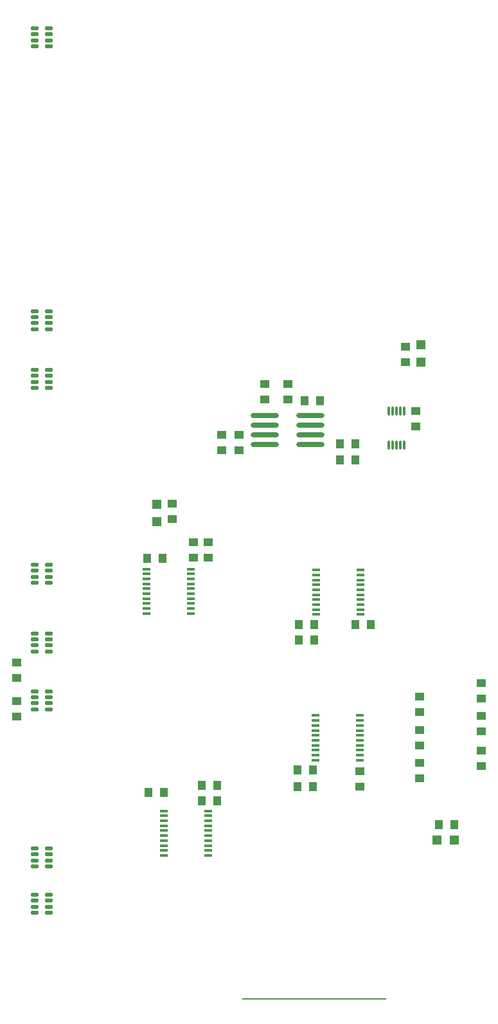
<source format=gtp>
%FSTAX24Y24*%
%MOIN*%
G70*
G01*
G75*
G04 Layer_Color=8421504*
%ADD10R,0.0500X0.0394*%
%ADD11R,0.7500X0.0100*%
%ADD12R,0.0500X0.0500*%
G04:AMPARAMS|DCode=13|XSize=37.4mil|YSize=19.7mil|CornerRadius=2.5mil|HoleSize=0mil|Usage=FLASHONLY|Rotation=180.000|XOffset=0mil|YOffset=0mil|HoleType=Round|Shape=RoundedRectangle|*
%AMROUNDEDRECTD13*
21,1,0.0374,0.0148,0,0,180.0*
21,1,0.0325,0.0197,0,0,180.0*
1,1,0.0049,-0.0162,0.0074*
1,1,0.0049,0.0162,0.0074*
1,1,0.0049,0.0162,-0.0074*
1,1,0.0049,-0.0162,-0.0074*
%
%ADD13ROUNDEDRECTD13*%
%ADD14R,0.0500X0.0500*%
%ADD15R,0.0394X0.0500*%
%ADD16R,0.0390X0.0120*%
%ADD17O,0.1457X0.0256*%
%ADD18O,0.0118X0.0532*%
%ADD19C,0.0160*%
%ADD20C,0.0080*%
%ADD21C,0.0120*%
%ADD22C,0.0200*%
%ADD23C,0.0100*%
%ADD24C,0.1500*%
%ADD25C,0.1874*%
%ADD26C,0.0665*%
%ADD27R,0.0665X0.0665*%
%ADD28O,0.1575X0.1360*%
%ADD29R,0.1575X0.1360*%
%ADD30R,0.0638X0.0638*%
%ADD31C,0.0638*%
%ADD32C,0.0591*%
%ADD33R,0.0591X0.0591*%
%ADD34P,0.0714X8X202.5*%
%ADD35O,0.0900X0.0620*%
%ADD36R,0.0900X0.0620*%
%ADD37O,0.0850X0.0600*%
%ADD38R,0.0850X0.0600*%
%ADD39O,0.0800X0.0640*%
%ADD40R,0.0800X0.0640*%
%ADD41R,0.1181X0.0902*%
%ADD42O,0.1181X0.0902*%
%ADD43C,0.0400*%
%ADD44C,0.0500*%
%ADD45C,0.0400*%
%ADD46C,0.0079*%
%ADD47C,0.0050*%
%ADD48C,0.0060*%
%ADD49C,0.0098*%
%ADD50C,0.0070*%
%ADD51C,0.0040*%
%ADD52C,0.0059*%
D10*
X053503Y025296D02*
D03*
Y026096D02*
D03*
X049567Y042733D02*
D03*
Y043533D02*
D03*
X042252Y041585D02*
D03*
Y040785D02*
D03*
X0294Y02435D02*
D03*
Y02515D02*
D03*
X053516Y022605D02*
D03*
Y021805D02*
D03*
X053503Y023595D02*
D03*
Y024395D02*
D03*
X0503Y0254D02*
D03*
Y0246D02*
D03*
Y02285D02*
D03*
Y02365D02*
D03*
X050286Y021153D02*
D03*
Y021953D02*
D03*
X047199Y020713D02*
D03*
Y021513D02*
D03*
X037467Y035389D02*
D03*
Y034589D02*
D03*
X0294Y02715D02*
D03*
Y02635D02*
D03*
X039323Y032585D02*
D03*
Y033385D02*
D03*
X04095Y03815D02*
D03*
Y03895D02*
D03*
X04005Y03815D02*
D03*
Y03895D02*
D03*
X043477Y041593D02*
D03*
Y040793D02*
D03*
X0501Y0394D02*
D03*
Y0402D02*
D03*
X038561Y032585D02*
D03*
Y033385D02*
D03*
D11*
X044845Y009737D02*
D03*
D12*
X050367Y043633D02*
D03*
Y042733D02*
D03*
X036669Y034472D02*
D03*
Y035372D02*
D03*
D13*
X031054Y045372D02*
D03*
Y045057D02*
D03*
Y044743D02*
D03*
Y044428D02*
D03*
X030346D02*
D03*
Y044743D02*
D03*
Y045057D02*
D03*
Y045372D02*
D03*
X031054Y015122D02*
D03*
Y014807D02*
D03*
Y014493D02*
D03*
Y014178D02*
D03*
X030346D02*
D03*
Y014493D02*
D03*
Y014807D02*
D03*
Y015122D02*
D03*
X031054Y017522D02*
D03*
Y017207D02*
D03*
Y016893D02*
D03*
Y016578D02*
D03*
X030346D02*
D03*
Y016893D02*
D03*
Y017207D02*
D03*
Y017522D02*
D03*
X031054Y025672D02*
D03*
Y025357D02*
D03*
Y025043D02*
D03*
Y024728D02*
D03*
X030346D02*
D03*
Y025043D02*
D03*
Y025357D02*
D03*
Y025672D02*
D03*
X031054Y042322D02*
D03*
Y042007D02*
D03*
Y041693D02*
D03*
Y041378D02*
D03*
X030346D02*
D03*
Y041693D02*
D03*
Y042007D02*
D03*
Y042322D02*
D03*
Y059078D02*
D03*
Y059393D02*
D03*
Y059707D02*
D03*
Y060022D02*
D03*
X031054D02*
D03*
Y059707D02*
D03*
Y059393D02*
D03*
Y059078D02*
D03*
Y028672D02*
D03*
Y028357D02*
D03*
Y028043D02*
D03*
Y027728D02*
D03*
X030346D02*
D03*
Y028043D02*
D03*
Y028357D02*
D03*
Y028672D02*
D03*
Y031278D02*
D03*
Y031593D02*
D03*
Y031907D02*
D03*
Y032222D02*
D03*
X031054D02*
D03*
Y031907D02*
D03*
Y031593D02*
D03*
Y031278D02*
D03*
D14*
X051198Y01796D02*
D03*
X052098D02*
D03*
D15*
X052094Y018743D02*
D03*
X051294D02*
D03*
X044775Y020726D02*
D03*
X043975D02*
D03*
X044775Y021576D02*
D03*
X043975D02*
D03*
X046968Y02911D02*
D03*
X047769D02*
D03*
X037038Y020427D02*
D03*
X036238D02*
D03*
X036157Y032572D02*
D03*
X036957D02*
D03*
X045134Y040709D02*
D03*
X044334D02*
D03*
X046981Y038478D02*
D03*
X046181D02*
D03*
X046981Y037668D02*
D03*
X046181D02*
D03*
X044027Y028313D02*
D03*
X044827D02*
D03*
X038991Y019999D02*
D03*
X039791D02*
D03*
X038991Y020799D02*
D03*
X039791D02*
D03*
X044032Y029115D02*
D03*
X044832D02*
D03*
D16*
X037045Y019465D02*
D03*
Y019209D02*
D03*
Y018953D02*
D03*
Y018697D02*
D03*
Y018441D02*
D03*
Y018183D02*
D03*
Y017923D02*
D03*
Y017673D02*
D03*
X039344D02*
D03*
Y017923D02*
D03*
Y018183D02*
D03*
Y018441D02*
D03*
Y018697D02*
D03*
Y018953D02*
D03*
Y019209D02*
D03*
Y019465D02*
D03*
X037045Y017413D02*
D03*
Y017153D02*
D03*
X039344Y017413D02*
D03*
Y017153D02*
D03*
X036151Y032002D02*
D03*
Y031746D02*
D03*
Y03149D02*
D03*
Y031234D02*
D03*
Y030978D02*
D03*
Y03072D02*
D03*
Y03046D02*
D03*
Y03021D02*
D03*
X03845D02*
D03*
Y03046D02*
D03*
Y03072D02*
D03*
Y030978D02*
D03*
Y031234D02*
D03*
Y03149D02*
D03*
Y031746D02*
D03*
Y032002D02*
D03*
X036151Y02995D02*
D03*
Y02969D02*
D03*
X03845Y02995D02*
D03*
Y02969D02*
D03*
X047199Y022098D02*
D03*
Y022354D02*
D03*
Y02261D02*
D03*
Y022866D02*
D03*
Y023122D02*
D03*
Y02338D02*
D03*
Y02364D02*
D03*
Y02389D02*
D03*
X0449D02*
D03*
Y02364D02*
D03*
Y02338D02*
D03*
Y023122D02*
D03*
Y022866D02*
D03*
Y02261D02*
D03*
Y022354D02*
D03*
Y022098D02*
D03*
X047199Y02415D02*
D03*
Y02441D02*
D03*
X0449Y02415D02*
D03*
Y02441D02*
D03*
X047249Y029648D02*
D03*
Y029904D02*
D03*
Y03016D02*
D03*
Y030416D02*
D03*
Y030672D02*
D03*
Y03093D02*
D03*
Y03119D02*
D03*
Y03144D02*
D03*
X04495D02*
D03*
Y03119D02*
D03*
Y03093D02*
D03*
Y030672D02*
D03*
Y030416D02*
D03*
Y03016D02*
D03*
Y029904D02*
D03*
Y029648D02*
D03*
X047249Y0317D02*
D03*
Y03196D02*
D03*
X04495Y0317D02*
D03*
Y03196D02*
D03*
D17*
X042271Y03995D02*
D03*
Y03945D02*
D03*
Y03895D02*
D03*
Y03845D02*
D03*
X044629Y03995D02*
D03*
Y03945D02*
D03*
Y03895D02*
D03*
Y03845D02*
D03*
D18*
X049494Y040176D02*
D03*
X049297D02*
D03*
X0491D02*
D03*
X048903D02*
D03*
X048706D02*
D03*
Y038424D02*
D03*
X048903D02*
D03*
X0491D02*
D03*
X049297D02*
D03*
X049494D02*
D03*
M02*

</source>
